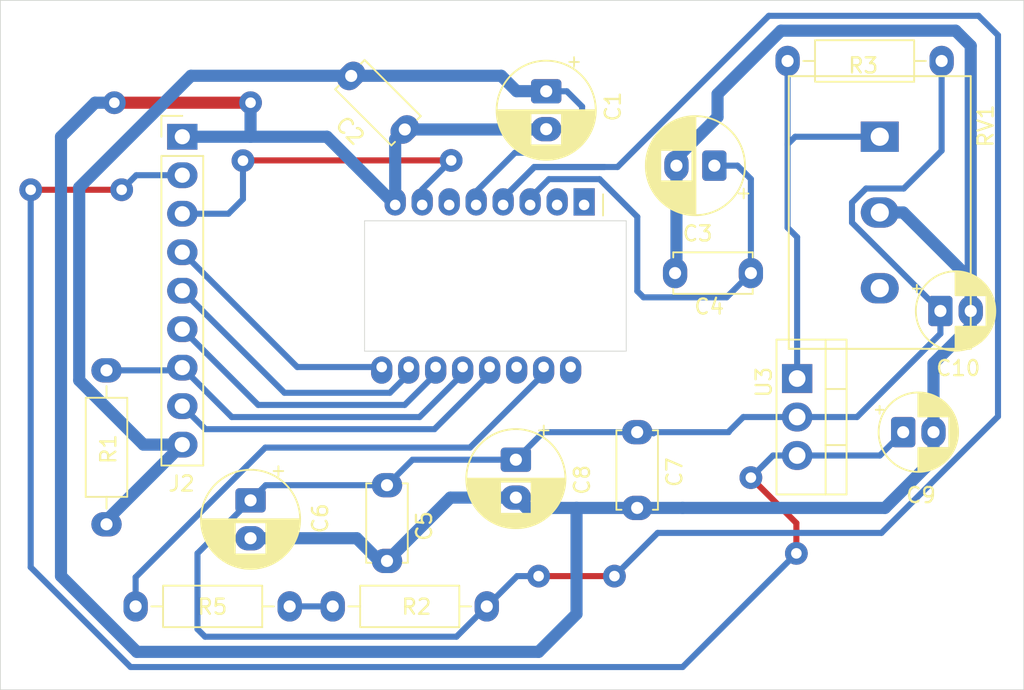
<source format=kicad_pcb>
(kicad_pcb (version 20241229) (generator "pcbnew") (generator_version "9.0")
  (layers (0 "F.Cu" signal) (2 "B.Cu" signal) (13 "F.Paste" user) (15 "B.Paste" user) (5 "F.SilkS" user "F.Silkscreen") (7 "B.SilkS" user "B.Silkscreen") (1 "F.Mask" user) (3 "B.Mask" user) (25 "Edge.Cuts" user))
  (net 0 "")
  (net 1 "VDDIO")
  (net 2 "GND")
  (net 3 "VDDPIX")
  (net 4 "VDD")
  (net 5 "+5V")
  (net 6 "NRESET")
  (net 7 "NCS")
  (net 8 "MOSI")
  (net 9 "MISO")
  (net 10 "MOTION")
  (net 11 "SCLK")
  (net 12 "Net-(R2-Pad2)")
  (net 13 "Net-(U3-ADJ)")
  (net 15 "LED_P")
  (footprint "MyOptical:LargePad_C_Disc_D5.0mm_W2.5mm_P5.00mm" (layer "F.Cu") (at 137.5 89 -90)
    (property "Reference" "C5" (at 2.694 -2.454 90) (layer "F.SilkS"))
    (property "Value" "100nF")
    (pad "1" thru_hole oval (at 0 0 270) (size 1.6 2) (drill 0.8) (layers "*.Cu" "*.Mask") (net 4 "VDD"))
    (pad "2" thru_hole oval (at 5 0 270) (size 1.6 2) (drill 0.8) (layers "*.Cu" "*.Mask") (net 2 "GND"))
  )
  (footprint "MyOptical:LargePad_C_Disc_D5.0mm_W2.5mm_P5.00mm" (layer "F.Cu") (at 161.5 75 180)
    (property "Reference" "C4" (at 2.75 -2.216 0) (layer "F.SilkS"))
    (property "Value" "100nF")
    (pad "1" thru_hole oval (at 0 0 180) (size 1.6 2) (drill 0.8) (layers "*.Cu" "*.Mask") (net 3 "VDDPIX"))
    (pad "2" thru_hole oval (at 5 0 180) (size 1.6 2) (drill 0.8) (layers "*.Cu" "*.Mask") (net 2 "GND"))
  )
  (footprint "MyOptical:LargePad_C_Disc_D5.0mm_W2.5mm_P5.00mm" (layer "F.Cu") (at 154 85.5 -90)
    (property "Reference" "C7" (at 2.638 -2.464 90) (layer "F.SilkS"))
    (property "Value" "100nF")
    (pad "1" thru_hole oval (at 0 0 270) (size 1.6 2) (drill 0.8) (layers "*.Cu" "*.Mask") (net 4 "VDD"))
    (pad "2" thru_hole oval (at 5 0 270) (size 1.6 2) (drill 0.8) (layers "*.Cu" "*.Mask") (net 2 "GND"))
  )
  (footprint "Package_TO_SOT_THT:TO-220-3_Vertical" (layer "F.Cu") (at 164.55 81.96 -90)
    (property "Reference" "U3" (at 0.24 2.194 270) (layer "F.SilkS"))
    (property "Value" "LM317L_SOT-89")
    (pad "1" thru_hole rect (at 0 0 270) (size 1.905 2) (drill 1.1) (layers "*.Cu" "*.Mask") (net 13 "Net-(U3-ADJ)"))
    (pad "2" thru_hole oval (at 2.54 0 270) (size 1.905 2) (drill 1.1) (layers "*.Cu" "*.Mask") (net 4 "VDD"))
    (pad "3" thru_hole oval (at 5.08 0 270) (size 1.905 2) (drill 1.1) (layers "*.Cu" "*.Mask") (net 5 "+5V"))
  )
  (footprint "MyOptical:LargePad_PinHeader_1x09_P2.54mm_Vertical" (layer "F.Cu") (at 124 66)
    (property "Reference" "J2" (at -0.048 22.9 0) (layer "F.SilkS"))
    (property "Value" "Conn_01x09_Socket")
    (pad "1" thru_hole rect (at 0 0) (size 2 1.7) (drill 1) (layers "*.Cu" "*.Mask") (net 2 "GND"))
    (pad "2" thru_hole oval (at 0 2.54) (size 2 1.7) (drill 1) (layers "*.Cu" "*.Mask") (net 5 "+5V"))
    (pad "3" thru_hole oval (at 0 5.08) (size 2 1.7) (drill 1) (layers "*.Cu" "*.Mask") (net 6 "NRESET"))
    (pad "4" thru_hole oval (at 0 7.62) (size 2 1.7) (drill 1) (layers "*.Cu" "*.Mask") (net 10 "MOTION"))
    (pad "5" thru_hole oval (at 0 10.16) (size 2 1.7) (drill 1) (layers "*.Cu" "*.Mask") (net 11 "SCLK"))
    (pad "6" thru_hole oval (at 0 12.7) (size 2 1.7) (drill 1) (layers "*.Cu" "*.Mask") (net 8 "MOSI"))
    (pad "7" thru_hole oval (at 0 15.24) (size 2 1.7) (drill 1) (layers "*.Cu" "*.Mask") (net 9 "MISO"))
    (pad "8" thru_hole oval (at 0 17.78) (size 2 1.7) (drill 1) (layers "*.Cu" "*.Mask") (net 7 "NCS"))
    (pad "9" thru_hole oval (at 0 20.32) (size 2 1.7) (drill 1) (layers "*.Cu" "*.Mask") (net 1 "VDDIO"))
  )
  (footprint "MyOptical:LargePad_PXI-DIP-16" (layer "F.Cu") (at 150.5 70.5 -90)
    (property "Reference" "U1" (hide yes))
    (property "Value" "PMW3389DM‐T3QU")
    (fp_line (start 1.05 14.48) (end 9.65 14.48) (stroke (width 0.05)) (layer "Edge.Cuts"))
    (fp_line (start 1.05 14.48) (end 1.05 -2.78) (stroke (width 0.05)) (layer "Edge.Cuts"))
    (fp_line (start 1.05 -2.78) (end 9.65 -2.78) (stroke (width 0.05)) (layer "Edge.Cuts"))
    (fp_line (start 9.65 -2.78) (end 9.65 14.48) (stroke (width 0.05)) (layer "Edge.Cuts"))
    (pad "1" thru_hole rect (at 0 0 270) (size 1.8 1.4) (drill 0.7 (offset -0.2 0)) (layers "*.Cu" "*.Mask"))
    (pad "2" thru_hole oval (at 0 1.78 270) (size 1.8 1.4) (drill 0.7 (offset -0.2 0)) (layers "*.Cu" "*.Mask"))
    (pad "3" thru_hole oval (at 0 3.56 270) (size 1.8 1.4) (drill 0.7 (offset -0.2 0)) (layers "*.Cu" "*.Mask") (net 3 "VDDPIX"))
    (pad "4" thru_hole oval (at 0 5.34 270) (size 1.8 1.4) (drill 0.7 (offset -0.2 0)) (layers "*.Cu" "*.Mask") (net 4 "VDD"))
    (pad "5" thru_hole oval (at 0 7.12 270) (size 1.8 1.4) (drill 0.7 (offset -0.2 0)) (layers "*.Cu" "*.Mask") (net 1 "VDDIO"))
    (pad "6" thru_hole oval (at 0 8.9 270) (size 1.8 1.4) (drill 0.7 (offset -0.2 0)) (layers "*.Cu" "*.Mask"))
    (pad "7" thru_hole oval (at 0 10.68 270) (size 1.8 1.4) (drill 0.7 (offset -0.2 0)) (layers "*.Cu" "*.Mask") (net 6 "NRESET"))
    (pad "8" thru_hole oval (at 0 12.46 270) (size 1.8 1.4) (drill 0.7 (offset -0.2 0)) (layers "*.Cu" "*.Mask") (net 2 "GND"))
    (pad "9" thru_hole oval (at 10.7 13.35 270) (size 1.8 1.4) (drill 0.7 (offset 0.2 0)) (layers "*.Cu" "*.Mask") (net 10 "MOTION"))
    (pad "10" thru_hole oval (at 10.7 11.57 270) (size 1.8 1.4) (drill 0.7 (offset 0.2 0)) (layers "*.Cu" "*.Mask") (net 11 "SCLK"))
    (pad "11" thru_hole oval (at 10.7 9.79 270) (size 1.8 1.4) (drill 0.7 (offset 0.2 0)) (layers "*.Cu" "*.Mask") (net 8 "MOSI"))
    (pad "12" thru_hole oval (at 10.7 8.01 270) (size 1.8 1.4) (drill 0.7 (offset 0.2 0)) (layers "*.Cu" "*.Mask") (net 9 "MISO"))
    (pad "13" thru_hole oval (at 10.7 6.23 270) (size 1.8 1.4) (drill 0.7 (offset 0.2 0)) (layers "*.Cu" "*.Mask") (net 7 "NCS"))
    (pad "14" thru_hole oval (at 10.7 4.45 270) (size 1.8 1.4) (drill 0.7 (offset 0.2 0)) (layers "*.Cu" "*.Mask"))
    (pad "15" thru_hole oval (at 10.7 2.67 270) (size 1.8 1.4) (drill 0.7 (offset 0.2 0)) (layers "*.Cu" "*.Mask") (net 15 "LED_P"))
    (pad "16" thru_hole oval (at 10.7 0.89 270) (size 1.8 1.4) (drill 0.7 (offset 0.2 0)) (layers "*.Cu" "*.Mask"))
  )
  (footprint "MyOptical:LargePad_CP_Radial_D6.3mm_P2.50mm" (layer "F.Cu") (at 146 87.317621 -90)
    (property "Reference" "C8" (at 1.328379 -4.368 90) (layer "F.SilkS"))
    (property "Value" "10uF")
    (pad "1" thru_hole roundrect (at 0 0 270) (size 1.6 2) (drill 0.8) (layers "*.Cu" "*.Mask") (roundrect_rratio 0.15625) (net 4 "VDD"))
    (pad "2" thru_hole oval (at 2.5 0 270) (size 1.6 2) (drill 0.8) (layers "*.Cu" "*.Mask") (net 2 "GND"))
  )
  (footprint "MyOptical:LargePad_CP_Radial_D5.0mm_P2.00mm" (layer "F.Cu") (at 174 77.5)
    (property "Reference" "C10" (at 1.175112 3.78 0) (layer "F.SilkS"))
    (property "Value" "1 uF")
    (pad "1" thru_hole roundrect (at 0 0) (size 1.6 2) (drill 0.8) (layers "*.Cu" "*.Mask") (roundrect_rratio 0.15625) (net 4 "VDD"))
    (pad "2" thru_hole oval (at 2 0) (size 1.6 2) (drill 0.8) (layers "*.Cu" "*.Mask") (net 2 "GND"))
  )
  (footprint "MyOptical:LargePad_R_Axial_DIN0207_L6.3mm_D2.5mm_P10.16mm_Horizontal" (layer "F.Cu") (at 119 91.58 90)
    (property "Reference" "R1" (at 4.966 0.126 90) (layer "F.SilkS"))
    (property "Value" "10k")
    (pad "1" thru_hole oval (at 0 0 90) (size 1.6 2) (drill 0.8) (layers "*.Cu" "*.Mask") (net 1 "VDDIO"))
    (pad "2" thru_hole oval (at 10.16 0 90) (size 1.6 2) (drill 0.8) (layers "*.Cu" "*.Mask") (net 9 "MISO"))
  )
  (footprint "MyOptical:LargerPad_P160" (layer "F.Cu") (at 170 71 -90)
    (property "Reference" "RV1" (at -5.715 -6.985 90) (layer "F.SilkS"))
    (property "Value" "10K_p")
    (pad "1" thru_hole rect (at -5 0 270) (size 2 2.5) (drill 1.2) (layers "*.Cu" "*.Mask") (net 13 "Net-(U3-ADJ)"))
    (pad "2" thru_hole oval (at 0 0 270) (size 2 2.5) (drill 1.2) (layers "*.Cu" "*.Mask") (net 2 "GND"))
    (pad "3" thru_hole oval (at 5 0 270) (size 2 2.5) (drill 1.2) (layers "*.Cu" "*.Mask"))
  )
  (footprint "MyOptical:LargePad_CP_Radial_D5.0mm_P2.00mm" (layer "F.Cu") (at 171.544888 85.5)
    (property "Reference" "C9" (at 1.175112 4.162 180) (layer "F.SilkS"))
    (property "Value" "0.1 uF")
    (pad "1" thru_hole roundrect (at 0 0) (size 1.6 2) (drill 0.8) (layers "*.Cu" "*.Mask") (roundrect_rratio 0.15625) (net 5 "+5V"))
    (pad "2" thru_hole oval (at 2 0) (size 1.6 2) (drill 0.8) (layers "*.Cu" "*.Mask") (net 2 "GND"))
  )
  (footprint "MyOptical:LargePad_C_Disc_D5.0mm_W2.5mm_P5.00mm" (layer "F.Cu") (at 135.138233 61.986233 -45)
    (property "Reference" "C2" (at 2.492001 2.618 135) (layer "F.SilkS"))
    (property "Value" "100nF")
    (pad "1" thru_hole oval (at 0 0 315) (size 1.6 2) (drill 0.8) (layers "*.Cu" "*.Mask") (net 1 "VDDIO"))
    (pad "2" thru_hole oval (at 5 0 315) (size 1.6 2) (drill 0.8) (layers "*.Cu" "*.Mask") (net 2 "GND"))
  )
  (footprint "MyOptical:LargePad_CP_Radial_D6.3mm_P2.50mm" (layer "F.Cu") (at 128.5 90 -90)
    (property "Reference" "C6" (at 1.186 -4.596 90) (layer "F.SilkS"))
    (property "Value" "10uF")
    (pad "1" thru_hole roundrect (at 0 0 270) (size 1.6 2) (drill 0.8) (layers "*.Cu" "*.Mask") (roundrect_rratio 0.15625) (net 4 "VDD"))
    (pad "2" thru_hole oval (at 2.5 0 270) (size 1.6 2) (drill 0.8) (layers "*.Cu" "*.Mask") (net 2 "GND"))
  )
  (footprint "MyOptical:LargePad_R_Axial_DIN0207_L6.3mm_D2.5mm_P10.16mm_Horizontal" (layer "F.Cu") (at 131.08 97 180)
    (property "Reference" "R5" (at 5.096 -0.028 0) (layer "F.SilkS"))
    (property "Value" "1R")
    (pad "1" thru_hole oval (at 0 0 180) (size 1.6 2) (drill 0.8) (layers "*.Cu" "*.Mask") (net 12 "Net-(R2-Pad2)"))
    (pad "2" thru_hole oval (at 10.16 0 180) (size 1.6 2) (drill 0.8) (layers "*.Cu" "*.Mask") (net 15 "LED_P"))
  )
  (footprint "MyOptical:LargePad_R_Axial_DIN0207_L6.3mm_D2.5mm_P10.16mm_Horizontal" (layer "F.Cu") (at 174.08 61 180)
    (property "Reference" "R3" (at 5.17 -0.302 0) (layer "F.SilkS"))
    (property "Value" "2K7")
    (pad "1" thru_hole oval (at 0 0 180) (size 1.6 2) (drill 0.8) (layers "*.Cu" "*.Mask") (net 4 "VDD"))
    (pad "2" thru_hole oval (at 10.16 0 180) (size 1.6 2) (drill 0.8) (layers "*.Cu" "*.Mask") (net 13 "Net-(U3-ADJ)"))
  )
  (footprint "MyOptical:LargePad_CP_Radial_D6.3mm_P2.50mm" (layer "F.Cu") (at 148 63 -90)
    (property "Reference" "C1" (at 1.008 -4.4 90) (layer "F.SilkS"))
    (property "Value" "10uF")
    (pad "1" thru_hole roundrect (at 0 0 270) (size 1.6 2) (drill 0.8) (layers "*.Cu" "*.Mask") (roundrect_rratio 0.15625) (net 1 "VDDIO"))
    (pad "2" thru_hole oval (at 2.5 0 270) (size 1.6 2) (drill 0.8) (layers "*.Cu" "*.Mask") (net 2 "GND"))
  )
  (footprint "MyOptical:LargePad_CP_Radial_D6.3mm_P2.50mm" (layer "F.Cu") (at 159.091189 67.90881 180)
    (property "Reference" "C3" (at 1.103189 -4.48119 0) (layer "F.SilkS"))
    (property "Value" "4.7uF/10V")
    (pad "1" thru_hole roundrect (at 0 0 180) (size 1.6 2) (drill 0.8) (layers "*.Cu" "*.Mask") (roundrect_rratio 0.15625) (net 3 "VDDPIX"))
    (pad "2" thru_hole oval (at 2.5 0 180) (size 1.6 2) (drill 0.8) (layers "*.Cu" "*.Mask") (net 2 "GND"))
  )
  (footprint "MyOptical:LargePad_R_Axial_DIN0207_L6.3mm_D2.5mm_P10.16mm_Horizontal" (layer "F.Cu") (at 144.08 97 180)
    (property "Reference" "R2" (at 4.634 -0.028 0) (layer "F.SilkS"))
    (property "Value" "12R")
    (pad "1" thru_hole oval (at 0 0 180) (size 1.6 2) (drill 0.8) (layers "*.Cu" "*.Mask") (net 4 "VDD"))
    (pad "2" thru_hole oval (at 10.16 0 180) (size 1.6 2) (drill 0.8) (layers "*.Cu" "*.Mask") (net 12 "Net-(R2-Pad2)"))
  )
  (gr_rect (start 112 57) (end 179.5 102.5) (stroke (width 0.05)) (fill no) (layer "Edge.Cuts"))
  (segment (start 149.36 63) (end 150.368 64.008) (width 0.4) (layer "B.Cu") (net 1))
  (segment (start 146.05 62.992) (end 147.992 62.992) (width 0.8) (layer "B.Cu") (net 1))
  (segment (start 149.352 67.056) (end 145.944 67.056) (width 0.4) (layer "B.Cu") (net 1))
  (segment (start 117.199 69.349) (end 124.572 61.976) (width 0.8) (layer "B.Cu") (net 1))
  (segment (start 145.944 67.056) (end 143.38 69.62) (width 0.4) (layer "B.Cu") (net 1))
  (segment (start 119 91.58) (end 119 91.32) (width 0.8) (layer "B.Cu") (net 1))
  (segment (start 124 86.32) (end 121.435844 86.32) (width 0.8) (layer "B.Cu") (net 1))
  (segment (start 150.368 66.04) (end 149.352 67.056) (width 0.4) (layer "B.Cu") (net 1))
  (segment (start 143.38 69.62) (end 143.38 70.5) (width 0.4) (layer "B.Cu") (net 1))
  (segment (start 117.199 82.083156) (end 117.199 69.349) (width 0.8) (layer "B.Cu") (net 1))
  (segment (start 150.368 64.008) (end 150.368 66.04) (width 0.4) (layer "B.Cu") (net 1))
  (segment (start 145.034 61.976) (end 146.05 62.992) (width 0.8) (layer "B.Cu") (net 1))
  (segment (start 119 91.32) (end 124 86.32) (width 0.8) (layer "B.Cu") (net 1))
  (segment (start 148 63) (end 147.5 63) (width 0.4) (layer "B.Cu") (net 1))
  (segment (start 124.572 61.976) (end 145.034 61.976) (width 0.8) (layer "B.Cu") (net 1))
  (segment (start 148 63) (end 149.36 63) (width 0.4) (layer "B.Cu") (net 1))
  (segment (start 121.435844 86.32) (end 117.199 82.083156) (width 0.8) (layer "B.Cu") (net 1))
  (segment (start 147.992 62.992) (end 148 63) (width 0.8) (layer "B.Cu") (net 1))
  (segment (start 119.516 63.754) (end 128.5 63.754) (width 0.8) (layer "F.Cu") (net 2))
  (via (at 128.5 63.754) (size 1.5) (drill 0.7) (layers "F.Cu" "B.Cu") (net 2))
  (via (at 119.516 63.754) (size 1.5) (drill 0.7) (layers "F.Cu" "B.Cu") (net 2))
  (segment (start 159.301 63.183128) (end 159.301 64.699) (width 0.8) (layer "B.Cu") (net 2))
  (segment (start 128.5 66) (end 124 66) (width 0.8) (layer "B.Cu") (net 2))
  (segment (start 138.673767 65.521767) (end 147.978233 65.521767) (width 0.8) (layer "B.Cu") (net 2))
  (segment (start 150 90.5) (end 146.682379 90.5) (width 0.8) (layer "B.Cu") (net 2))
  (segment (start 173.544888 87.3) (end 173.544888 85.5) (width 0.8) (layer "B.Cu") (net 2))
  (segment (start 135.5 92.5) (end 128.5 92.5) (width 0.8) (layer "B.Cu") (net 2))
  (segment (start 118.246 63.754) (end 115.998001 66.001999) (width 0.8) (layer "B.Cu") (net 2))
  (segment (start 121.001 100.001) (end 147.499 100.001) (width 0.8) (layer "B.Cu") (net 2))
  (segment (start 115.998001 94.998001) (end 121.001 100.001) (width 0.8) (layer "B.Cu") (net 2))
  (segment (start 136.27 68.73) (end 135.27 67.73) (width 0.8) (layer "B.Cu") (net 2))
  (segment (start 176 78.5) (end 173.544888 80.955112) (width 0.8) (layer "B.Cu") (net 2))
  (segment (start 138.673767 65.521767) (end 138.04 66.155534) (width 0.8) (layer "B.Cu") (net 2))
  (segment (start 156.5 75) (end 156.591189 74.908811) (width 0.8) (layer "B.Cu") (net 2))
  (segment (start 133.54 66) (end 128.5 66) (width 0.8) (layer "B.Cu") (net 2))
  (segment (start 137 94) (end 135.5 92.5) (width 0.8) (layer "B.Cu") (net 2))
  (segment (start 138.04 66.155534) (end 138.04 70.5) (width 0.8) (layer "B.Cu") (net 2))
  (segment (start 176 77.5) (end 176 60) (width 0.8) (layer "B.Cu") (net 2))
  (segment (start 146 89.817621) (end 141.682379 89.817621) (width 0.8) (layer "B.Cu") (net 2))
  (segment (start 146.682379 90.5) (end 146 89.817621) (width 0.8) (layer "B.Cu") (net 2))
  (segment (start 154 90.5) (end 150 90.5) (width 0.8) (layer "B.Cu") (net 2))
  (segment (start 173.544888 80.955112) (end 173.544888 85.5) (width 0.8) (layer "B.Cu") (net 2))
  (segment (start 147.978233 65.521767) (end 148 65.5) (width 0.8) (layer "B.Cu") (net 2))
  (segment (start 175 59) (end 163.484128 59) (width 0.8) (layer "B.Cu") (net 2))
  (segment (start 176 60) (end 175 59) (width 0.8) (layer "B.Cu") (net 2))
  (segment (start 156.591189 67.408811) (end 156.591189 67.90881) (width 0.8) (layer "B.Cu") (net 2))
  (segment (start 154 90.5) (end 157 90.5) (width 0.8) (layer "B.Cu") (net 2))
  (segment (start 176 77.5) (end 176 78.5) (width 0.8) (layer "B.Cu") (net 2))
  (segment (start 170.344888 90.5) (end 173.544888 87.3) (width 0.8) (layer "B.Cu") (net 2))
  (segment (start 119.516 63.754) (end 118.246 63.754) (width 0.8) (layer "B.Cu") (net 2))
  (segment (start 176 75.45) (end 176 77.5) (width 0.8) (layer "B.Cu") (net 2))
  (segment (start 157 90.5) (end 170.344888 90.5) (width 0.8) (layer "B.Cu") (net 2))
  (segment (start 150 97.5) (end 150 90.5) (width 0.8) (layer "B.Cu") (net 2))
  (segment (start 128.5 63.754) (end 128.5 66) (width 0.8) (layer "B.Cu") (net 2))
  (segment (start 147.499 100.001) (end 150 97.5) (width 0.8) (layer "B.Cu") (net 2))
  (segment (start 170 71) (end 171.55 71) (width 0.8) (layer "B.Cu") (net 2))
  (segment (start 159.301 64.699) (end 156.591189 67.408811) (width 0.8) (layer "B.Cu") (net 2))
  (segment (start 137.5 94) (end 137 94) (width 0.8) (layer "B.Cu") (net 2))
  (segment (start 156.591189 74.908811) (end 156.591189 67.90881) (width 0.8) (layer "B.Cu") (net 2))
  (segment (start 171.55 71) (end 176 75.45) (width 0.8) (layer "B.Cu") (net 2))
  (segment (start 115.998001 66.001999) (end 115.998001 94.998001) (width 0.8) (layer "B.Cu") (net 2))
  (segment (start 163.484128 59) (end 159.301 63.183128) (width 0.8) (layer "B.Cu") (net 2))
  (segment (start 135.27 67.73) (end 133.54 66) (width 0.8) (layer "B.Cu") (net 2))
  (segment (start 141.682379 89.817621) (end 137.5 94) (width 0.8) (layer "B.Cu") (net 2))
  (segment (start 138.04 70.5) (end 136.27 68.73) (width 0.8) (layer "B.Cu") (net 2))
  (segment (start 146.94 70.040108) (end 148.181108 68.799) (width 0.4) (layer "B.Cu") (net 3))
  (segment (start 151.520364 68.799) (end 154.00781 71.286446) (width 0.4) (layer "B.Cu") (net 3))
  (segment (start 154.419687 76.601) (end 159.899 76.601) (width 0.4) (layer "B.Cu") (net 3))
  (segment (start 154.00781 71.286446) (end 154.00781 76.189123) (width 0.4) (layer "B.Cu") (net 3))
  (segment (start 148.181108 68.799) (end 151.520364 68.799) (width 0.4) (layer "B.Cu") (net 3))
  (segment (start 159.899 76.601) (end 161.5 75) (width 0.4) (layer "B.Cu") (net 3))
  (segment (start 154.00781 76.189123) (end 154.419687 76.601) (width 0.4) (layer "B.Cu") (net 3))
  (segment (start 146.94 70.5) (end 146.94 70.040108) (width 0.4) (layer "B.Cu") (net 3))
  (segment (start 161.5 68.79) (end 161.5 75) (width 0.4) (layer "B.Cu") (net 3))
  (segment (start 159.091189 67.90881) (end 160.61881 67.90881) (width 0.4) (layer "B.Cu") (net 3))
  (segment (start 160.61881 67.90881) (end 161.5 68.79) (width 0.4) (layer "B.Cu") (net 3))
  (segment (start 152.5 95) (end 147.5 95) (width 0.4) (layer "F.Cu") (net 4))
  (via (at 147.5 95) (size 1.5) (drill 0.7) (layers "F.Cu" "B.Cu") (net 4))
  (via (at 152.5 95) (size 1.5) (drill 0.7) (layers "F.Cu" "B.Cu") (net 4))
  (segment (start 161 84.5) (end 160 85.5) (width 0.4) (layer "B.Cu") (net 4))
  (segment (start 125 98.5) (end 125.5 99) (width 0.4) (layer "B.Cu") (net 4))
  (segment (start 128.5 90) (end 125 93.5) (width 0.4) (layer "B.Cu") (net 4))
  (segment (start 168.169 70.345128) (end 169.095128 69.419) (width 0.4) (layer "B.Cu") (net 4))
  (segment (start 147.5 95) (end 146.08 95) (width 0.4) (layer "B.Cu") (net 4))
  (segment (start 171.581 69.419) (end 174.08 66.92) (width 0.4) (layer "B.Cu") (net 4))
  (segment (start 174 77.5) (end 174 79) (width 0.4) (layer "B.Cu") (net 4))
  (segment (start 147.817621 85.5) (end 146 87.317621) (width 0.4) (layer "B.Cu") (net 4))
  (segment (start 164.55 84.5) (end 161 84.5) (width 0.4) (layer "B.Cu") (net 4))
  (segment (start 145.16 70.5) (end 145.16 70.040108) (width 0.4) (layer "B.Cu") (net 4))
  (segment (start 168.169 71.669) (end 168.169 70.345128) (width 0.4) (layer "B.Cu") (net 4))
  (segment (start 162.682001 58.018999) (end 176.518999 58.018999) (width 0.4) (layer "B.Cu") (net 4))
  (segment (start 155.351 92.149) (end 152.5 95) (width 0.4) (layer "B.Cu") (net 4))
  (segment (start 154.999999 85.5) (end 155.08 85.580001) (width 0.4) (layer "B.Cu") (net 4))
  (segment (start 147.230392 67.998) (end 152.703 67.998) (width 0.4) (layer "B.Cu") (net 4))
  (segment (start 170.111516 92.149) (end 155.351 92.149) (width 0.4) (layer "B.Cu") (net 4))
  (segment (start 145.16 70.040108) (end 147.202108 67.998) (width 0.4) (layer "B.Cu") (net 4))
  (segment (start 160 85.5) (end 160.04 85.5) (width 0.4) (layer "B.Cu") (net 4))
  (segment (start 145.16 70.068392) (end 147.230392 67.998) (width 0.4) (layer "B.Cu") (net 4))
  (segment (start 137.5 89) (end 139.182379 87.317621) (width 0.4) (layer "B.Cu") (net 4))
  (segment (start 177.799 59.299) (end 177.799 84.461516) (width 0.4) (layer "B.Cu") (net 4))
  (segment (start 168.5 84.5) (end 164.55 84.5) (width 0.4) (layer "B.Cu") (net 4))
  (segment (start 169.095128 69.419) (end 171.581 69.419) (width 0.4) (layer "B.Cu") (net 4))
  (segment (start 154 85.5) (end 147.817621 85.5) (width 0.4) (layer "B.Cu") (net 4))
  (segment (start 174 77.5) (end 168.169 71.669) (width 0.4) (layer "B.Cu") (net 4))
  (segment (start 147.202108 67.998) (end 151.85215 67.998) (width 0.4) (layer "B.Cu") (net 4))
  (segment (start 174.08 66.92) (end 174.08 61) (width 0.4) (layer "B.Cu") (net 4))
  (segment (start 177.799 84.461516) (end 170.111516 92.149) (width 0.4) (layer "B.Cu") (net 4))
  (segment (start 146.08 95) (end 144.08 97) (width 0.4) (layer "B.Cu") (net 4))
  (segment (start 174 77.5) (end 174 77) (width 0.4) (layer "B.Cu") (net 4))
  (segment (start 125 93.5) (end 125 98.5) (width 0.4) (layer "B.Cu") (net 4))
  (segment (start 154 85.5) (end 154.999999 85.5) (width 0.4) (layer "B.Cu") (net 4))
  (segment (start 174 77) (end 174.08 76.92) (width 0.4) (layer "B.Cu") (net 4))
  (segment (start 129.5 89) (end 128.5 90) (width 0.4) (layer "B.Cu") (net 4))
  (segment (start 174 79) (end 168.5 84.5) (width 0.4) (layer "B.Cu") (net 4))
  (segment (start 152.703 67.998) (end 162.682001 58.018999) (width 0.4) (layer "B.Cu") (net 4))
  (segment (start 145.16 70.5) (end 145.16 70.068392) (width 0.4) (layer "B.Cu") (net 4))
  (segment (start 139.182379 87.317621) (end 146 87.317621) (width 0.4) (layer "B.Cu") (net 4))
  (segment (start 125.5 99) (end 142.08 99) (width 0.4) (layer "B.Cu") (net 4))
  (segment (start 154 85.5) (end 160 85.5) (width 0.4) (layer "B.Cu") (net 4))
  (segment (start 137.5 89) (end 129.5 89) (width 0.4) (layer "B.Cu") (net 4))
  (segment (start 142.08 99) (end 144.08 97) (width 0.4) (layer "B.Cu") (net 4))
  (segment (start 176.518999 58.018999) (end 177.799 59.299) (width 0.4) (layer "B.Cu") (net 4))
  (segment (start 114 69.5) (end 120 69.5) (width 0.4) (layer "F.Cu") (net 5))
  (segment (start 161.5 88.5) (end 164.5 91.5) (width 0.4) (layer "F.Cu") (net 5))
  (segment (start 164.5 91.5) (end 164.5 93.5) (width 0.4) (layer "F.Cu") (net 5))
  (via (at 114 69.5) (size 1.5) (drill 0.7) (layers "F.Cu" "B.Cu") (net 5))
  (via (at 164.5 93.5) (size 1.5) (drill 0.7) (layers "F.Cu" "B.Cu") (net 5))
  (via (at 161.5 88.5) (size 1.5) (drill 0.7) (layers "F.Cu" "B.Cu") (net 5))
  (via (at 120 69.5) (size 1.5) (drill 0.7) (layers "F.Cu" "B.Cu") (net 5))
  (segment (start 114 94.415628) (end 114 69.5) (width 0.4) (layer "B.Cu") (net 5))
  (segment (start 120.96 68.54) (end 124 68.54) (width 0.4) (layer "B.Cu") (net 5))
  (segment (start 162.96 87.04) (end 161.5 88.5) (width 0.4) (layer "B.Cu") (net 5))
  (segment (start 120 69.5) (end 120.96 68.54) (width 0.4) (layer "B.Cu") (net 5))
  (segment (start 156.998 101.002) (end 120.586372 101.002) (width 0.4) (layer "B.Cu") (net 5))
  (segment (start 170.004888 87.04) (end 171.544888 85.5) (width 0.4) (layer "B.Cu") (net 5))
  (segment (start 164.5 93.5) (end 156.998 101.002) (width 0.4) (layer "B.Cu") (net 5))
  (segment (start 164.55 87.04) (end 162.96 87.04) (width 0.4) (layer "B.Cu") (net 5))
  (segment (start 164.55 87.04) (end 170.004888 87.04) (width 0.4) (layer "B.Cu") (net 5))
  (segment (start 120.586372 101.002) (end 114 94.415628) (width 0.4) (layer "B.Cu") (net 5))
  (segment (start 128.016 67.564) (end 141.732 67.564) (width 0.4) (layer "F.Cu") (net 6))
  (segment (start 128 67.58) (end 128.016 67.564) (width 0.4) (layer "F.Cu") (net 6))
  (via (at 141.732 67.564) (size 1.5) (drill 0.7) (layers "F.Cu" "B.Cu") (net 6))
  (via (at 128 67.58) (size 1.5) (drill 0.7) (layers "F.Cu" "B.Cu") (net 6))
  (segment (start 141.732 67.564) (end 139.82 69.476) (width 0.4) (layer "B.Cu") (net 6))
  (segment (start 128 67.58) (end 128 70.12) (width 0.4) (layer "B.Cu") (net 6))
  (segment (start 128 70.12) (end 127.04 71.08) (width 0.4) (layer "B.Cu") (net 6))
  (segment (start 127.04 71.08) (end 124 71.08) (width 0.4) (layer "B.Cu") (net 6))
  (segment (start 139.82 69.476) (end 139.82 70.5) (width 0.4) (layer "B.Cu") (net 6))
  (segment (start 144.27 81.2) (end 144.27 81.659892) (width 0.4) (layer "B.Cu") (net 7))
  (segment (start 125.524 85.304) (end 124 83.78) (width 0.4) (layer "B.Cu") (net 7))
  (segment (start 144.27 81.659892) (end 140.625892 85.304) (width 0.4) (layer "B.Cu") (net 7))
  (segment (start 140.625892 85.304) (end 125.524 85.304) (width 0.4) (layer "B.Cu") (net 7))
  (segment (start 138.667892 83.702) (end 129.002 83.702) (width 0.4) (layer "B.Cu") (net 8))
  (segment (start 140.71 81.2) (end 140.71 81.659892) (width 0.4) (layer "B.Cu") (net 8))
  (segment (start 129.002 83.702) (end 124 78.7) (width 0.4) (layer "B.Cu") (net 8))
  (segment (start 140.71 81.659892) (end 138.667892 83.702) (width 0.4) (layer "B.Cu") (net 8))
  (segment (start 139.646892 84.503) (end 127.263 84.503) (width 0.4) (layer "B.Cu") (net 9))
  (segment (start 142.49 81.2) (end 142.49 81.659892) (width 0.4) (layer "B.Cu") (net 9))
  (segment (start 119 81.42) (end 123.82 81.42) (width 0.4) (layer "B.Cu") (net 9))
  (segment (start 123.82 81.42) (end 124 81.24) (width 0.4) (layer "B.Cu") (net 9))
  (segment (start 127.263 84.503) (end 124 81.24) (width 0.4) (layer "B.Cu") (net 9))
  (segment (start 142.49 81.659892) (end 139.646892 84.503) (width 0.4) (layer "B.Cu") (net 9))
  (segment (start 131.58 81.2) (end 124 73.62) (width 0.4) (layer "B.Cu") (net 10))
  (segment (start 137.15 81.2) (end 131.58 81.2) (width 0.4) (layer "B.Cu") (net 10))
  (segment (start 137.688892 82.901) (end 130.741 82.901) (width 0.4) (layer "B.Cu") (net 11))
  (segment (start 138.93 81.2) (end 138.93 81.659892) (width 0.4) (layer "B.Cu") (net 11))
  (segment (start 138.93 81.659892) (end 137.688892 82.901) (width 0.4) (layer "B.Cu") (net 11))
  (segment (start 130.741 82.901) (end 124 76.16) (width 0.4) (layer "B.Cu") (net 11))
  (segment (start 131.08 97) (end 133.92 97) (width 0.4) (layer "B.Cu") (net 12))
  (segment (start 164.42 66) (end 163.92 66.5) (width 0.4) (layer "B.Cu") (net 13))
  (segment (start 170 66) (end 164.42 66) (width 0.4) (layer "B.Cu") (net 13))
  (segment (start 164.55 81.96) (end 164.55 72.63) (width 0.4) (layer "B.Cu") (net 13))
  (segment (start 163.92 72) (end 163.92 66.5) (width 0.4) (layer "B.Cu") (net 13))
  (segment (start 164.55 72.63) (end 163.92 72) (width 0.4) (layer "B.Cu") (net 13))
  (segment (start 163.92 61) (end 163.92 66.5) (width 0.4) (layer "B.Cu") (net 13))
  (segment (start 147.83 81.2) (end 147.83 81.659892) (width 0.4) (layer "B.Cu") (net 15))
  (segment (start 147.83 81.659892) (end 142.973271 86.516621) (width 0.4) (layer "B.Cu") (net 15))
  (segment (start 142.973271 86.516621) (end 129.472955 86.516621) (width 0.4) (layer "B.Cu") (net 15))
  (segment (start 120.92 95.069576) (end 120.92 97) (width 0.4) (layer "B.Cu") (net 15))
  (segment (start 129.472955 86.516621) (end 120.92 95.069576) (width 0.4) (layer "B.Cu") (net 15))
)
</source>
